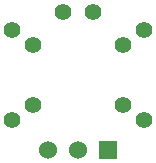
<source format=gts>
G04 (created by PCBNEW (2013-07-07 BZR 4022)-stable) date 12/16/2014 7:09:10 PM*
%MOIN*%
G04 Gerber Fmt 3.4, Leading zero omitted, Abs format*
%FSLAX34Y34*%
G01*
G70*
G90*
G04 APERTURE LIST*
%ADD10C,0.00590551*%
%ADD11C,0.055*%
%ADD12R,0.06X0.06*%
%ADD13C,0.06*%
G04 APERTURE END LIST*
G54D10*
G54D11*
X79900Y-56400D03*
X79900Y-54400D03*
X76900Y-56400D03*
X76900Y-54400D03*
X80600Y-53900D03*
X80600Y-56900D03*
X76200Y-56900D03*
X76200Y-53900D03*
G54D12*
X79400Y-57900D03*
G54D13*
X78400Y-57900D03*
X77400Y-57900D03*
G54D11*
X77900Y-53300D03*
X78900Y-53300D03*
M02*

</source>
